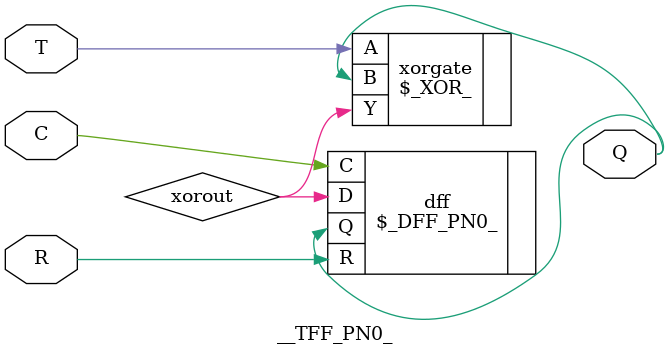
<source format=v>
module __TFF_PN0_ (T, C, R, Q);
	input T, C, R;
	output wire Q;
	wire xorout;
	$_XOR_ xorgate (
		.A(T),
		.B(Q),
		.Y(xorout),
	);
	$_DFF_PN0_ dff (
		.C(C),
		.D(xorout),
		.Q(Q),
		.R(R),
	);
endmodule
</source>
